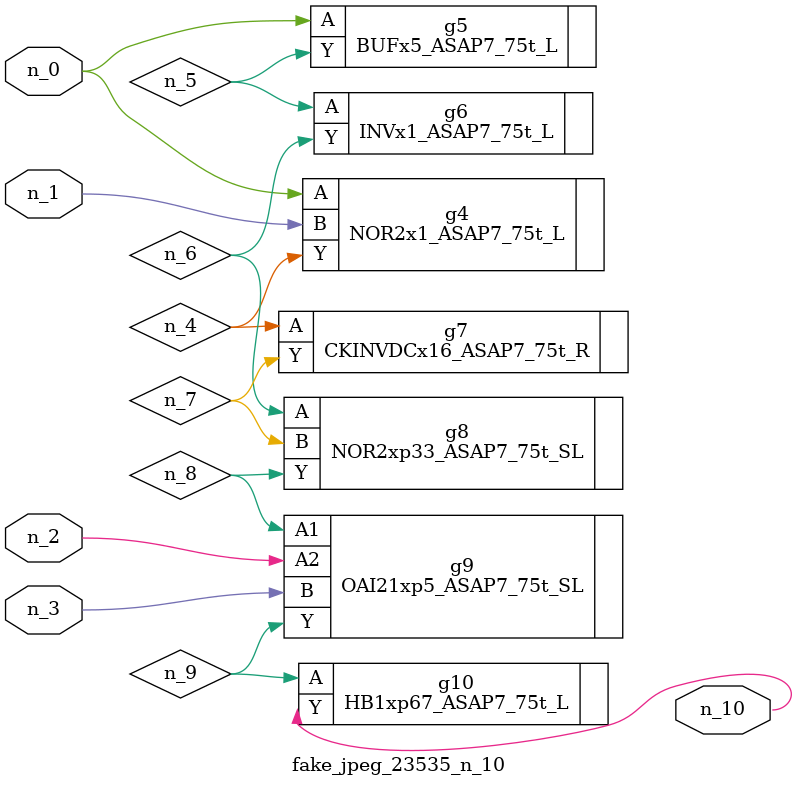
<source format=v>
module fake_jpeg_23535_n_10 (n_0, n_3, n_2, n_1, n_10);

input n_0;
input n_3;
input n_2;
input n_1;

output n_10;

wire n_4;
wire n_8;
wire n_9;
wire n_6;
wire n_5;
wire n_7;

NOR2x1_ASAP7_75t_L g4 ( 
.A(n_0),
.B(n_1),
.Y(n_4)
);

BUFx5_ASAP7_75t_L g5 ( 
.A(n_0),
.Y(n_5)
);

INVx1_ASAP7_75t_L g6 ( 
.A(n_5),
.Y(n_6)
);

NOR2xp33_ASAP7_75t_SL g8 ( 
.A(n_6),
.B(n_7),
.Y(n_8)
);

CKINVDCx16_ASAP7_75t_R g7 ( 
.A(n_4),
.Y(n_7)
);

OAI21xp5_ASAP7_75t_SL g9 ( 
.A1(n_8),
.A2(n_2),
.B(n_3),
.Y(n_9)
);

HB1xp67_ASAP7_75t_L g10 ( 
.A(n_9),
.Y(n_10)
);


endmodule
</source>
